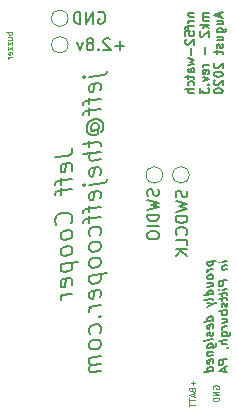
<source format=gbr>
%TF.GenerationSoftware,KiCad,Pcbnew,(5.99.0-2309-gaf729d578)*%
%TF.CreationDate,2020-08-23T01:12:21-04:00*%
%TF.ProjectId,mk2,6d6b322e-6b69-4636-9164-5f7063625858,rev?*%
%TF.SameCoordinates,Original*%
%TF.FileFunction,Legend,Bot*%
%TF.FilePolarity,Positive*%
%FSLAX46Y46*%
G04 Gerber Fmt 4.6, Leading zero omitted, Abs format (unit mm)*
G04 Created by KiCad (PCBNEW (5.99.0-2309-gaf729d578)) date 2020-08-23 01:12:21*
%MOMM*%
%LPD*%
G01*
G04 APERTURE LIST*
%ADD10C,0.125000*%
%ADD11C,0.187500*%
%ADD12C,0.150000*%
%ADD13C,0.200000*%
%ADD14C,0.120000*%
G04 APERTURE END LIST*
D10*
X33250000Y-45119047D02*
X33226190Y-45071428D01*
X33226190Y-45000000D01*
X33250000Y-44928571D01*
X33297619Y-44880952D01*
X33345238Y-44857142D01*
X33440476Y-44833333D01*
X33511904Y-44833333D01*
X33607142Y-44857142D01*
X33654761Y-44880952D01*
X33702380Y-44928571D01*
X33726190Y-45000000D01*
X33726190Y-45047619D01*
X33702380Y-45119047D01*
X33678571Y-45142857D01*
X33511904Y-45142857D01*
X33511904Y-45047619D01*
X33726190Y-45357142D02*
X33226190Y-45357142D01*
X33726190Y-45642857D01*
X33226190Y-45642857D01*
X33726190Y-45880952D02*
X33226190Y-45880952D01*
X33226190Y-46000000D01*
X33250000Y-46071428D01*
X33297619Y-46119047D01*
X33345238Y-46142857D01*
X33440476Y-46166666D01*
X33511904Y-46166666D01*
X33607142Y-46142857D01*
X33654761Y-46119047D01*
X33702380Y-46071428D01*
X33726190Y-46000000D01*
X33726190Y-45880952D01*
X31535714Y-44464285D02*
X31535714Y-44845238D01*
X31726190Y-44654761D02*
X31345238Y-44654761D01*
X31464285Y-45250000D02*
X31488095Y-45321428D01*
X31511904Y-45345238D01*
X31559523Y-45369047D01*
X31630952Y-45369047D01*
X31678571Y-45345238D01*
X31702380Y-45321428D01*
X31726190Y-45273809D01*
X31726190Y-45083333D01*
X31226190Y-45083333D01*
X31226190Y-45250000D01*
X31250000Y-45297619D01*
X31273809Y-45321428D01*
X31321428Y-45345238D01*
X31369047Y-45345238D01*
X31416666Y-45321428D01*
X31440476Y-45297619D01*
X31464285Y-45250000D01*
X31464285Y-45083333D01*
X31583333Y-45559523D02*
X31583333Y-45797619D01*
X31726190Y-45511904D02*
X31226190Y-45678571D01*
X31726190Y-45845238D01*
X31226190Y-45940476D02*
X31226190Y-46226190D01*
X31726190Y-46083333D02*
X31226190Y-46083333D01*
X31226190Y-46321428D02*
X31226190Y-46607142D01*
X31726190Y-46464285D02*
X31226190Y-46464285D01*
X16226190Y-14892857D02*
X15726190Y-14892857D01*
X15916666Y-14892857D02*
X15892857Y-14940476D01*
X15892857Y-15035714D01*
X15916666Y-15083333D01*
X15940476Y-15107142D01*
X15988095Y-15130952D01*
X16130952Y-15130952D01*
X16178571Y-15107142D01*
X16202380Y-15083333D01*
X16226190Y-15035714D01*
X16226190Y-14940476D01*
X16202380Y-14892857D01*
X15892857Y-15559523D02*
X16226190Y-15559523D01*
X15892857Y-15345238D02*
X16154761Y-15345238D01*
X16202380Y-15369047D01*
X16226190Y-15416666D01*
X16226190Y-15488095D01*
X16202380Y-15535714D01*
X16178571Y-15559523D01*
X15892857Y-15750000D02*
X15892857Y-16011904D01*
X16226190Y-15750000D01*
X16226190Y-16011904D01*
X15892857Y-16154761D02*
X15892857Y-16416666D01*
X16226190Y-16154761D01*
X16226190Y-16416666D01*
X16202380Y-16797619D02*
X16226190Y-16750000D01*
X16226190Y-16654761D01*
X16202380Y-16607142D01*
X16154761Y-16583333D01*
X15964285Y-16583333D01*
X15916666Y-16607142D01*
X15892857Y-16654761D01*
X15892857Y-16750000D01*
X15916666Y-16797619D01*
X15964285Y-16821428D01*
X16011904Y-16821428D01*
X16059523Y-16583333D01*
X16226190Y-17035714D02*
X15892857Y-17035714D01*
X15988095Y-17035714D02*
X15940476Y-17059523D01*
X15916666Y-17083333D01*
X15892857Y-17130952D01*
X15892857Y-17178571D01*
D11*
X32735535Y-34367410D02*
X33485535Y-34273660D01*
X32771250Y-34362946D02*
X32735535Y-34438839D01*
X32735535Y-34581696D01*
X32771250Y-34648660D01*
X32806964Y-34679910D01*
X32878392Y-34706696D01*
X33092678Y-34679910D01*
X33164107Y-34635267D01*
X33199821Y-34595089D01*
X33235535Y-34519196D01*
X33235535Y-34376339D01*
X33199821Y-34309375D01*
X33235535Y-34983482D02*
X32735535Y-35045982D01*
X32878392Y-35028125D02*
X32806964Y-35072767D01*
X32771250Y-35112946D01*
X32735535Y-35188839D01*
X32735535Y-35260267D01*
X33235535Y-35554910D02*
X33199821Y-35487946D01*
X33164107Y-35456696D01*
X33092678Y-35429910D01*
X32878392Y-35456696D01*
X32806964Y-35501339D01*
X32771250Y-35541517D01*
X32735535Y-35617410D01*
X32735535Y-35724553D01*
X32771250Y-35791517D01*
X32806964Y-35822767D01*
X32878392Y-35849553D01*
X33092678Y-35822767D01*
X33164107Y-35778125D01*
X33199821Y-35737946D01*
X33235535Y-35662053D01*
X33235535Y-35554910D01*
X32735535Y-36510267D02*
X33235535Y-36447767D01*
X32735535Y-36188839D02*
X33128392Y-36139732D01*
X33199821Y-36166517D01*
X33235535Y-36233482D01*
X33235535Y-36340625D01*
X33199821Y-36416517D01*
X33164107Y-36456696D01*
X33235535Y-37126339D02*
X32485535Y-37220089D01*
X33199821Y-37130803D02*
X33235535Y-37054910D01*
X33235535Y-36912053D01*
X33199821Y-36845089D01*
X33164107Y-36813839D01*
X33092678Y-36787053D01*
X32878392Y-36813839D01*
X32806964Y-36858482D01*
X32771250Y-36898660D01*
X32735535Y-36974553D01*
X32735535Y-37117410D01*
X32771250Y-37184375D01*
X33235535Y-37590625D02*
X33199821Y-37523660D01*
X33128392Y-37496875D01*
X32485535Y-37577232D01*
X32735535Y-37867410D02*
X33235535Y-37983482D01*
X32735535Y-38224553D02*
X33235535Y-37983482D01*
X33414107Y-37889732D01*
X33449821Y-37849553D01*
X33485535Y-37773660D01*
X33235535Y-39340625D02*
X32485535Y-39434375D01*
X33199821Y-39345089D02*
X33235535Y-39269196D01*
X33235535Y-39126339D01*
X33199821Y-39059375D01*
X33164107Y-39028125D01*
X33092678Y-39001339D01*
X32878392Y-39028125D01*
X32806964Y-39072767D01*
X32771250Y-39112946D01*
X32735535Y-39188839D01*
X32735535Y-39331696D01*
X32771250Y-39398660D01*
X33199821Y-39987946D02*
X33235535Y-39912053D01*
X33235535Y-39769196D01*
X33199821Y-39702232D01*
X33128392Y-39675446D01*
X32842678Y-39711160D01*
X32771250Y-39755803D01*
X32735535Y-39831696D01*
X32735535Y-39974553D01*
X32771250Y-40041517D01*
X32842678Y-40068303D01*
X32914107Y-40059375D01*
X32985535Y-39693303D01*
X33199821Y-40309375D02*
X33235535Y-40376339D01*
X33235535Y-40519196D01*
X33199821Y-40595089D01*
X33128392Y-40639732D01*
X33092678Y-40644196D01*
X33021250Y-40617410D01*
X32985535Y-40550446D01*
X32985535Y-40443303D01*
X32949821Y-40376339D01*
X32878392Y-40349553D01*
X32842678Y-40354017D01*
X32771250Y-40398660D01*
X32735535Y-40474553D01*
X32735535Y-40581696D01*
X32771250Y-40648660D01*
X33235535Y-40947767D02*
X32735535Y-41010267D01*
X32485535Y-41041517D02*
X32521250Y-41001339D01*
X32556964Y-41032589D01*
X32521250Y-41072767D01*
X32485535Y-41041517D01*
X32556964Y-41032589D01*
X32735535Y-41688839D02*
X33342678Y-41612946D01*
X33414107Y-41568303D01*
X33449821Y-41528125D01*
X33485535Y-41452232D01*
X33485535Y-41345089D01*
X33449821Y-41278125D01*
X33199821Y-41630803D02*
X33235535Y-41554910D01*
X33235535Y-41412053D01*
X33199821Y-41345089D01*
X33164107Y-41313839D01*
X33092678Y-41287053D01*
X32878392Y-41313839D01*
X32806964Y-41358482D01*
X32771250Y-41398660D01*
X32735535Y-41474553D01*
X32735535Y-41617410D01*
X32771250Y-41684375D01*
X32735535Y-42045982D02*
X33235535Y-41983482D01*
X32806964Y-42037053D02*
X32771250Y-42077232D01*
X32735535Y-42153125D01*
X32735535Y-42260267D01*
X32771250Y-42327232D01*
X32842678Y-42354017D01*
X33235535Y-42304910D01*
X33199821Y-42952232D02*
X33235535Y-42876339D01*
X33235535Y-42733482D01*
X33199821Y-42666517D01*
X33128392Y-42639732D01*
X32842678Y-42675446D01*
X32771250Y-42720089D01*
X32735535Y-42795982D01*
X32735535Y-42938839D01*
X32771250Y-43005803D01*
X32842678Y-43032589D01*
X32914107Y-43023660D01*
X32985535Y-42657589D01*
X33235535Y-43626339D02*
X32485535Y-43720089D01*
X33199821Y-43630803D02*
X33235535Y-43554910D01*
X33235535Y-43412053D01*
X33199821Y-43345089D01*
X33164107Y-43313839D01*
X33092678Y-43287053D01*
X32878392Y-43313839D01*
X32806964Y-43358482D01*
X32771250Y-43398660D01*
X32735535Y-43474553D01*
X32735535Y-43617410D01*
X32771250Y-43684375D01*
X34443035Y-34304910D02*
X33943035Y-34367410D01*
X33693035Y-34398660D02*
X33728750Y-34358482D01*
X33764464Y-34389732D01*
X33728750Y-34429910D01*
X33693035Y-34398660D01*
X33764464Y-34389732D01*
X33943035Y-34724553D02*
X34443035Y-34662053D01*
X34014464Y-34715625D02*
X33978750Y-34755803D01*
X33943035Y-34831696D01*
X33943035Y-34938839D01*
X33978750Y-35005803D01*
X34050178Y-35032589D01*
X34443035Y-34983482D01*
X34443035Y-35912053D02*
X33693035Y-36005803D01*
X33693035Y-36291517D01*
X33728750Y-36358482D01*
X33764464Y-36389732D01*
X33835892Y-36416517D01*
X33943035Y-36403125D01*
X34014464Y-36358482D01*
X34050178Y-36318303D01*
X34085892Y-36242410D01*
X34085892Y-35956696D01*
X34443035Y-36662053D02*
X33943035Y-36724553D01*
X33693035Y-36755803D02*
X33728750Y-36715625D01*
X33764464Y-36746875D01*
X33728750Y-36787053D01*
X33693035Y-36755803D01*
X33764464Y-36746875D01*
X33943035Y-36974553D02*
X33943035Y-37260267D01*
X33693035Y-37112946D02*
X34335892Y-37032589D01*
X34407321Y-37059375D01*
X34443035Y-37126339D01*
X34443035Y-37197767D01*
X33943035Y-37403125D02*
X33943035Y-37688839D01*
X33693035Y-37541517D02*
X34335892Y-37461160D01*
X34407321Y-37487946D01*
X34443035Y-37554910D01*
X34443035Y-37626339D01*
X34407321Y-37845089D02*
X34443035Y-37912053D01*
X34443035Y-38054910D01*
X34407321Y-38130803D01*
X34335892Y-38175446D01*
X34300178Y-38179910D01*
X34228750Y-38153125D01*
X34193035Y-38086160D01*
X34193035Y-37979017D01*
X34157321Y-37912053D01*
X34085892Y-37885267D01*
X34050178Y-37889732D01*
X33978750Y-37934375D01*
X33943035Y-38010267D01*
X33943035Y-38117410D01*
X33978750Y-38184375D01*
X34443035Y-38483482D02*
X33693035Y-38577232D01*
X33978750Y-38541517D02*
X33943035Y-38617410D01*
X33943035Y-38760267D01*
X33978750Y-38827232D01*
X34014464Y-38858482D01*
X34085892Y-38885267D01*
X34300178Y-38858482D01*
X34371607Y-38813839D01*
X34407321Y-38773660D01*
X34443035Y-38697767D01*
X34443035Y-38554910D01*
X34407321Y-38487946D01*
X33943035Y-39545982D02*
X34443035Y-39483482D01*
X33943035Y-39224553D02*
X34335892Y-39175446D01*
X34407321Y-39202232D01*
X34443035Y-39269196D01*
X34443035Y-39376339D01*
X34407321Y-39452232D01*
X34371607Y-39492410D01*
X34443035Y-39840625D02*
X33943035Y-39903125D01*
X34085892Y-39885267D02*
X34014464Y-39929910D01*
X33978750Y-39970089D01*
X33943035Y-40045982D01*
X33943035Y-40117410D01*
X33943035Y-40688839D02*
X34550178Y-40612946D01*
X34621607Y-40568303D01*
X34657321Y-40528125D01*
X34693035Y-40452232D01*
X34693035Y-40345089D01*
X34657321Y-40278125D01*
X34407321Y-40630803D02*
X34443035Y-40554910D01*
X34443035Y-40412053D01*
X34407321Y-40345089D01*
X34371607Y-40313839D01*
X34300178Y-40287053D01*
X34085892Y-40313839D01*
X34014464Y-40358482D01*
X33978750Y-40398660D01*
X33943035Y-40474553D01*
X33943035Y-40617410D01*
X33978750Y-40684375D01*
X34443035Y-40983482D02*
X33693035Y-41077232D01*
X34443035Y-41304910D02*
X34050178Y-41354017D01*
X33978750Y-41327232D01*
X33943035Y-41260267D01*
X33943035Y-41153125D01*
X33978750Y-41077232D01*
X34014464Y-41037053D01*
X34407321Y-41702232D02*
X34443035Y-41697767D01*
X34514464Y-41653125D01*
X34550178Y-41612946D01*
X34443035Y-42590625D02*
X33693035Y-42684375D01*
X33693035Y-42970089D01*
X33728750Y-43037053D01*
X33764464Y-43068303D01*
X33835892Y-43095089D01*
X33943035Y-43081696D01*
X34014464Y-43037053D01*
X34050178Y-42996875D01*
X34085892Y-42920982D01*
X34085892Y-42635267D01*
X34228750Y-43331696D02*
X34228750Y-43688839D01*
X34443035Y-43233482D02*
X33693035Y-43577232D01*
X34443035Y-43733482D01*
D12*
X28598761Y-28233952D02*
X28646380Y-28376809D01*
X28646380Y-28614904D01*
X28598761Y-28710142D01*
X28551142Y-28757761D01*
X28455904Y-28805380D01*
X28360666Y-28805380D01*
X28265428Y-28757761D01*
X28217809Y-28710142D01*
X28170190Y-28614904D01*
X28122571Y-28424428D01*
X28074952Y-28329190D01*
X28027333Y-28281571D01*
X27932095Y-28233952D01*
X27836857Y-28233952D01*
X27741619Y-28281571D01*
X27694000Y-28329190D01*
X27646380Y-28424428D01*
X27646380Y-28662523D01*
X27694000Y-28805380D01*
X27646380Y-29138714D02*
X28646380Y-29376809D01*
X27932095Y-29567285D01*
X28646380Y-29757761D01*
X27646380Y-29995857D01*
X28646380Y-30376809D02*
X27646380Y-30376809D01*
X27646380Y-30614904D01*
X27694000Y-30757761D01*
X27789238Y-30853000D01*
X27884476Y-30900619D01*
X28074952Y-30948238D01*
X28217809Y-30948238D01*
X28408285Y-30900619D01*
X28503523Y-30853000D01*
X28598761Y-30757761D01*
X28646380Y-30614904D01*
X28646380Y-30376809D01*
X28646380Y-31376809D02*
X27646380Y-31376809D01*
X27646380Y-32043476D02*
X27646380Y-32233952D01*
X27694000Y-32329190D01*
X27789238Y-32424428D01*
X27979714Y-32472047D01*
X28313047Y-32472047D01*
X28503523Y-32424428D01*
X28598761Y-32329190D01*
X28646380Y-32233952D01*
X28646380Y-32043476D01*
X28598761Y-31948238D01*
X28503523Y-31853000D01*
X28313047Y-31805380D01*
X27979714Y-31805380D01*
X27789238Y-31853000D01*
X27694000Y-31948238D01*
X27646380Y-32043476D01*
X31011761Y-28353095D02*
X31059380Y-28495952D01*
X31059380Y-28734047D01*
X31011761Y-28829285D01*
X30964142Y-28876904D01*
X30868904Y-28924523D01*
X30773666Y-28924523D01*
X30678428Y-28876904D01*
X30630809Y-28829285D01*
X30583190Y-28734047D01*
X30535571Y-28543571D01*
X30487952Y-28448333D01*
X30440333Y-28400714D01*
X30345095Y-28353095D01*
X30249857Y-28353095D01*
X30154619Y-28400714D01*
X30107000Y-28448333D01*
X30059380Y-28543571D01*
X30059380Y-28781666D01*
X30107000Y-28924523D01*
X30059380Y-29257857D02*
X31059380Y-29495952D01*
X30345095Y-29686428D01*
X31059380Y-29876904D01*
X30059380Y-30115000D01*
X31059380Y-30495952D02*
X30059380Y-30495952D01*
X30059380Y-30734047D01*
X30107000Y-30876904D01*
X30202238Y-30972142D01*
X30297476Y-31019761D01*
X30487952Y-31067380D01*
X30630809Y-31067380D01*
X30821285Y-31019761D01*
X30916523Y-30972142D01*
X31011761Y-30876904D01*
X31059380Y-30734047D01*
X31059380Y-30495952D01*
X30964142Y-32067380D02*
X31011761Y-32019761D01*
X31059380Y-31876904D01*
X31059380Y-31781666D01*
X31011761Y-31638809D01*
X30916523Y-31543571D01*
X30821285Y-31495952D01*
X30630809Y-31448333D01*
X30487952Y-31448333D01*
X30297476Y-31495952D01*
X30202238Y-31543571D01*
X30107000Y-31638809D01*
X30059380Y-31781666D01*
X30059380Y-31876904D01*
X30107000Y-32019761D01*
X30154619Y-32067380D01*
X31059380Y-32972142D02*
X31059380Y-32495952D01*
X30059380Y-32495952D01*
X31059380Y-33305476D02*
X30059380Y-33305476D01*
X31059380Y-33876904D02*
X30487952Y-33448333D01*
X30059380Y-33876904D02*
X30630809Y-33305476D01*
X23511904Y-13250000D02*
X23607142Y-13202380D01*
X23750000Y-13202380D01*
X23892857Y-13250000D01*
X23988095Y-13345238D01*
X24035714Y-13440476D01*
X24083333Y-13630952D01*
X24083333Y-13773809D01*
X24035714Y-13964285D01*
X23988095Y-14059523D01*
X23892857Y-14154761D01*
X23750000Y-14202380D01*
X23654761Y-14202380D01*
X23511904Y-14154761D01*
X23464285Y-14107142D01*
X23464285Y-13773809D01*
X23654761Y-13773809D01*
X23035714Y-14202380D02*
X23035714Y-13202380D01*
X22464285Y-14202380D01*
X22464285Y-13202380D01*
X21988095Y-14202380D02*
X21988095Y-13202380D01*
X21750000Y-13202380D01*
X21607142Y-13250000D01*
X21511904Y-13345238D01*
X21464285Y-13440476D01*
X21416666Y-13630952D01*
X21416666Y-13773809D01*
X21464285Y-13964285D01*
X21511904Y-14059523D01*
X21607142Y-14154761D01*
X21750000Y-14202380D01*
X21988095Y-14202380D01*
X25702380Y-16071428D02*
X24940476Y-16071428D01*
X25321428Y-16452380D02*
X25321428Y-15690476D01*
X24511904Y-15547619D02*
X24464285Y-15500000D01*
X24369047Y-15452380D01*
X24130952Y-15452380D01*
X24035714Y-15500000D01*
X23988095Y-15547619D01*
X23940476Y-15642857D01*
X23940476Y-15738095D01*
X23988095Y-15880952D01*
X24559523Y-16452380D01*
X23940476Y-16452380D01*
X23511904Y-16357142D02*
X23464285Y-16404761D01*
X23511904Y-16452380D01*
X23559523Y-16404761D01*
X23511904Y-16357142D01*
X23511904Y-16452380D01*
X22892857Y-15880952D02*
X22988095Y-15833333D01*
X23035714Y-15785714D01*
X23083333Y-15690476D01*
X23083333Y-15642857D01*
X23035714Y-15547619D01*
X22988095Y-15500000D01*
X22892857Y-15452380D01*
X22702380Y-15452380D01*
X22607142Y-15500000D01*
X22559523Y-15547619D01*
X22511904Y-15642857D01*
X22511904Y-15690476D01*
X22559523Y-15785714D01*
X22607142Y-15833333D01*
X22702380Y-15880952D01*
X22892857Y-15880952D01*
X22988095Y-15928571D01*
X23035714Y-15976190D01*
X23083333Y-16071428D01*
X23083333Y-16261904D01*
X23035714Y-16357142D01*
X22988095Y-16404761D01*
X22892857Y-16452380D01*
X22702380Y-16452380D01*
X22607142Y-16404761D01*
X22559523Y-16357142D01*
X22511904Y-16261904D01*
X22511904Y-16071428D01*
X22559523Y-15976190D01*
X22607142Y-15928571D01*
X22702380Y-15880952D01*
X22178571Y-15785714D02*
X21940476Y-16452380D01*
X21702380Y-15785714D01*
D11*
X31131785Y-13300446D02*
X31631785Y-13300446D01*
X31203214Y-13300446D02*
X31167500Y-13336160D01*
X31131785Y-13407589D01*
X31131785Y-13514732D01*
X31167500Y-13586160D01*
X31238928Y-13621875D01*
X31631785Y-13621875D01*
X31631785Y-13979017D02*
X31131785Y-13979017D01*
X31274642Y-13979017D02*
X31203214Y-14014732D01*
X31167500Y-14050446D01*
X31131785Y-14121875D01*
X31131785Y-14193303D01*
X31131785Y-14336160D02*
X31131785Y-14621875D01*
X31631785Y-14443303D02*
X30988928Y-14443303D01*
X30917500Y-14479017D01*
X30881785Y-14550446D01*
X30881785Y-14621875D01*
X30881785Y-15229017D02*
X30881785Y-14871875D01*
X31238928Y-14836160D01*
X31203214Y-14871875D01*
X31167500Y-14943303D01*
X31167500Y-15121875D01*
X31203214Y-15193303D01*
X31238928Y-15229017D01*
X31310357Y-15264732D01*
X31488928Y-15264732D01*
X31560357Y-15229017D01*
X31596071Y-15193303D01*
X31631785Y-15121875D01*
X31631785Y-14943303D01*
X31596071Y-14871875D01*
X31560357Y-14836160D01*
X30953214Y-15550446D02*
X30917500Y-15586160D01*
X30881785Y-15657589D01*
X30881785Y-15836160D01*
X30917500Y-15907589D01*
X30953214Y-15943303D01*
X31024642Y-15979017D01*
X31096071Y-15979017D01*
X31203214Y-15943303D01*
X31631785Y-15514732D01*
X31631785Y-15979017D01*
X31346071Y-16300446D02*
X31346071Y-16871875D01*
X31131785Y-17157589D02*
X31631785Y-17300446D01*
X31274642Y-17443303D01*
X31631785Y-17586160D01*
X31131785Y-17729017D01*
X31631785Y-18336160D02*
X31238928Y-18336160D01*
X31167500Y-18300446D01*
X31131785Y-18229017D01*
X31131785Y-18086160D01*
X31167500Y-18014732D01*
X31596071Y-18336160D02*
X31631785Y-18264732D01*
X31631785Y-18086160D01*
X31596071Y-18014732D01*
X31524642Y-17979017D01*
X31453214Y-17979017D01*
X31381785Y-18014732D01*
X31346071Y-18086160D01*
X31346071Y-18264732D01*
X31310357Y-18336160D01*
X31131785Y-18586160D02*
X31131785Y-18871875D01*
X30881785Y-18693303D02*
X31524642Y-18693303D01*
X31596071Y-18729017D01*
X31631785Y-18800446D01*
X31631785Y-18871875D01*
X31596071Y-19443303D02*
X31631785Y-19371875D01*
X31631785Y-19229017D01*
X31596071Y-19157589D01*
X31560357Y-19121875D01*
X31488928Y-19086160D01*
X31274642Y-19086160D01*
X31203214Y-19121875D01*
X31167500Y-19157589D01*
X31131785Y-19229017D01*
X31131785Y-19371875D01*
X31167500Y-19443303D01*
X31631785Y-19764732D02*
X30881785Y-19764732D01*
X31631785Y-20086160D02*
X31238928Y-20086160D01*
X31167500Y-20050446D01*
X31131785Y-19979017D01*
X31131785Y-19871875D01*
X31167500Y-19800446D01*
X31203214Y-19764732D01*
X32839285Y-13300446D02*
X32339285Y-13300446D01*
X32410714Y-13300446D02*
X32375000Y-13336160D01*
X32339285Y-13407589D01*
X32339285Y-13514732D01*
X32375000Y-13586160D01*
X32446428Y-13621875D01*
X32839285Y-13621875D01*
X32446428Y-13621875D02*
X32375000Y-13657589D01*
X32339285Y-13729017D01*
X32339285Y-13836160D01*
X32375000Y-13907589D01*
X32446428Y-13943303D01*
X32839285Y-13943303D01*
X32839285Y-14300446D02*
X32089285Y-14300446D01*
X32553571Y-14371875D02*
X32839285Y-14586160D01*
X32339285Y-14586160D02*
X32625000Y-14300446D01*
X32160714Y-14871875D02*
X32125000Y-14907589D01*
X32089285Y-14979017D01*
X32089285Y-15157589D01*
X32125000Y-15229017D01*
X32160714Y-15264732D01*
X32232142Y-15300446D01*
X32303571Y-15300446D01*
X32410714Y-15264732D01*
X32839285Y-14836160D01*
X32839285Y-15300446D01*
X32553571Y-16193303D02*
X32553571Y-16764732D01*
X32839285Y-17693303D02*
X32339285Y-17693303D01*
X32482142Y-17693303D02*
X32410714Y-17729017D01*
X32375000Y-17764732D01*
X32339285Y-17836160D01*
X32339285Y-17907589D01*
X32803571Y-18443303D02*
X32839285Y-18371875D01*
X32839285Y-18229017D01*
X32803571Y-18157589D01*
X32732142Y-18121875D01*
X32446428Y-18121875D01*
X32375000Y-18157589D01*
X32339285Y-18229017D01*
X32339285Y-18371875D01*
X32375000Y-18443303D01*
X32446428Y-18479017D01*
X32517857Y-18479017D01*
X32589285Y-18121875D01*
X32339285Y-18729017D02*
X32839285Y-18907589D01*
X32339285Y-19086160D01*
X32767857Y-19371875D02*
X32803571Y-19407589D01*
X32839285Y-19371875D01*
X32803571Y-19336160D01*
X32767857Y-19371875D01*
X32839285Y-19371875D01*
X32089285Y-19657589D02*
X32089285Y-20121875D01*
X32375000Y-19871875D01*
X32375000Y-19979017D01*
X32410714Y-20050446D01*
X32446428Y-20086160D01*
X32517857Y-20121875D01*
X32696428Y-20121875D01*
X32767857Y-20086160D01*
X32803571Y-20050446D01*
X32839285Y-19979017D01*
X32839285Y-19764732D01*
X32803571Y-19693303D01*
X32767857Y-19657589D01*
X33832500Y-13264732D02*
X33832500Y-13621875D01*
X34046785Y-13193303D02*
X33296785Y-13443303D01*
X34046785Y-13693303D01*
X33546785Y-14264732D02*
X34046785Y-14264732D01*
X33546785Y-13943303D02*
X33939642Y-13943303D01*
X34011071Y-13979017D01*
X34046785Y-14050446D01*
X34046785Y-14157589D01*
X34011071Y-14229017D01*
X33975357Y-14264732D01*
X33546785Y-14943303D02*
X34153928Y-14943303D01*
X34225357Y-14907589D01*
X34261071Y-14871875D01*
X34296785Y-14800446D01*
X34296785Y-14693303D01*
X34261071Y-14621875D01*
X34011071Y-14943303D02*
X34046785Y-14871875D01*
X34046785Y-14729017D01*
X34011071Y-14657589D01*
X33975357Y-14621875D01*
X33903928Y-14586160D01*
X33689642Y-14586160D01*
X33618214Y-14621875D01*
X33582500Y-14657589D01*
X33546785Y-14729017D01*
X33546785Y-14871875D01*
X33582500Y-14943303D01*
X33546785Y-15621875D02*
X34046785Y-15621875D01*
X33546785Y-15300446D02*
X33939642Y-15300446D01*
X34011071Y-15336160D01*
X34046785Y-15407589D01*
X34046785Y-15514732D01*
X34011071Y-15586160D01*
X33975357Y-15621875D01*
X34011071Y-15943303D02*
X34046785Y-16014732D01*
X34046785Y-16157589D01*
X34011071Y-16229017D01*
X33939642Y-16264732D01*
X33903928Y-16264732D01*
X33832500Y-16229017D01*
X33796785Y-16157589D01*
X33796785Y-16050446D01*
X33761071Y-15979017D01*
X33689642Y-15943303D01*
X33653928Y-15943303D01*
X33582500Y-15979017D01*
X33546785Y-16050446D01*
X33546785Y-16157589D01*
X33582500Y-16229017D01*
X33546785Y-16479017D02*
X33546785Y-16764732D01*
X33296785Y-16586160D02*
X33939642Y-16586160D01*
X34011071Y-16621874D01*
X34046785Y-16693303D01*
X34046785Y-16764732D01*
X33368214Y-17550446D02*
X33332500Y-17586160D01*
X33296785Y-17657589D01*
X33296785Y-17836160D01*
X33332500Y-17907589D01*
X33368214Y-17943303D01*
X33439642Y-17979017D01*
X33511071Y-17979017D01*
X33618214Y-17943303D01*
X34046785Y-17514732D01*
X34046785Y-17979017D01*
X33296785Y-18443303D02*
X33296785Y-18514732D01*
X33332500Y-18586160D01*
X33368214Y-18621874D01*
X33439642Y-18657589D01*
X33582500Y-18693303D01*
X33761071Y-18693303D01*
X33903928Y-18657589D01*
X33975357Y-18621874D01*
X34011071Y-18586160D01*
X34046785Y-18514732D01*
X34046785Y-18443303D01*
X34011071Y-18371874D01*
X33975357Y-18336160D01*
X33903928Y-18300446D01*
X33761071Y-18264732D01*
X33582500Y-18264732D01*
X33439642Y-18300446D01*
X33368214Y-18336160D01*
X33332500Y-18371874D01*
X33296785Y-18443303D01*
X33368214Y-18979017D02*
X33332500Y-19014732D01*
X33296785Y-19086160D01*
X33296785Y-19264732D01*
X33332500Y-19336160D01*
X33368214Y-19371874D01*
X33439642Y-19407589D01*
X33511071Y-19407589D01*
X33618214Y-19371874D01*
X34046785Y-18943303D01*
X34046785Y-19407589D01*
X33296785Y-19871874D02*
X33296785Y-19943303D01*
X33332500Y-20014732D01*
X33368214Y-20050446D01*
X33439642Y-20086160D01*
X33582500Y-20121874D01*
X33761071Y-20121874D01*
X33903928Y-20086160D01*
X33975357Y-20050446D01*
X34011071Y-20014732D01*
X34046785Y-19943303D01*
X34046785Y-19871874D01*
X34011071Y-19800446D01*
X33975357Y-19764732D01*
X33903928Y-19729017D01*
X33761071Y-19693303D01*
X33582500Y-19693303D01*
X33439642Y-19729017D01*
X33368214Y-19764732D01*
X33332500Y-19800446D01*
X33296785Y-19871874D01*
D13*
X19815071Y-25537491D02*
X20886500Y-25403562D01*
X21100785Y-25305348D01*
X21243642Y-25144633D01*
X21315071Y-24921419D01*
X21315071Y-24778562D01*
X21243642Y-26644633D02*
X21315071Y-26492848D01*
X21315071Y-26207133D01*
X21243642Y-26073205D01*
X21100785Y-26019633D01*
X20529357Y-26091062D01*
X20386500Y-26180348D01*
X20315071Y-26332133D01*
X20315071Y-26617848D01*
X20386500Y-26751776D01*
X20529357Y-26805348D01*
X20672214Y-26787491D01*
X20815071Y-26055348D01*
X20315071Y-27260705D02*
X20315071Y-27832133D01*
X21315071Y-27349991D02*
X20029357Y-27510705D01*
X19886500Y-27599991D01*
X19815071Y-27751776D01*
X19815071Y-27894633D01*
X20315071Y-28117848D02*
X20315071Y-28689276D01*
X21315071Y-28207133D02*
X20029357Y-28367848D01*
X19886500Y-28457133D01*
X19815071Y-28608919D01*
X19815071Y-28751776D01*
X21172214Y-31082133D02*
X21243642Y-31001776D01*
X21315071Y-30778562D01*
X21315071Y-30635705D01*
X21243642Y-30430348D01*
X21100785Y-30305348D01*
X20957928Y-30251776D01*
X20672214Y-30216062D01*
X20457928Y-30242848D01*
X20172214Y-30349991D01*
X20029357Y-30439276D01*
X19886500Y-30599991D01*
X19815071Y-30823205D01*
X19815071Y-30966062D01*
X19886500Y-31171419D01*
X19957928Y-31233919D01*
X21315071Y-31921419D02*
X21243642Y-31787491D01*
X21172214Y-31724991D01*
X21029357Y-31671419D01*
X20600785Y-31724991D01*
X20457928Y-31814276D01*
X20386500Y-31894633D01*
X20315071Y-32046419D01*
X20315071Y-32260705D01*
X20386500Y-32394633D01*
X20457928Y-32457133D01*
X20600785Y-32510705D01*
X21029357Y-32457133D01*
X21172214Y-32367848D01*
X21243642Y-32287491D01*
X21315071Y-32135705D01*
X21315071Y-31921419D01*
X21315071Y-33278562D02*
X21243642Y-33144633D01*
X21172214Y-33082133D01*
X21029357Y-33028562D01*
X20600785Y-33082133D01*
X20457928Y-33171419D01*
X20386500Y-33251776D01*
X20315071Y-33403562D01*
X20315071Y-33617848D01*
X20386500Y-33751776D01*
X20457928Y-33814276D01*
X20600785Y-33867848D01*
X21029357Y-33814276D01*
X21172214Y-33724991D01*
X21243642Y-33644633D01*
X21315071Y-33492848D01*
X21315071Y-33278562D01*
X20315071Y-34546419D02*
X21815071Y-34358919D01*
X20386500Y-34537491D02*
X20315071Y-34689276D01*
X20315071Y-34974991D01*
X20386500Y-35108919D01*
X20457928Y-35171419D01*
X20600785Y-35224991D01*
X21029357Y-35171419D01*
X21172214Y-35082133D01*
X21243642Y-35001776D01*
X21315071Y-34849991D01*
X21315071Y-34564276D01*
X21243642Y-34430348D01*
X21243642Y-36358919D02*
X21315071Y-36207133D01*
X21315071Y-35921419D01*
X21243642Y-35787491D01*
X21100785Y-35733919D01*
X20529357Y-35805348D01*
X20386500Y-35894633D01*
X20315071Y-36046419D01*
X20315071Y-36332133D01*
X20386500Y-36466062D01*
X20529357Y-36519633D01*
X20672214Y-36501776D01*
X20815071Y-35769633D01*
X21315071Y-37064276D02*
X20315071Y-37189276D01*
X20600785Y-37153562D02*
X20457928Y-37242848D01*
X20386500Y-37323205D01*
X20315071Y-37474991D01*
X20315071Y-37617848D01*
X22730071Y-18689276D02*
X24015785Y-18528562D01*
X24158642Y-18439276D01*
X24230071Y-18287491D01*
X24230071Y-18216062D01*
X22230071Y-18751776D02*
X22301500Y-18671419D01*
X22372928Y-18733919D01*
X22301500Y-18814276D01*
X22230071Y-18751776D01*
X22372928Y-18733919D01*
X23658642Y-19858919D02*
X23730071Y-19707133D01*
X23730071Y-19421419D01*
X23658642Y-19287491D01*
X23515785Y-19233919D01*
X22944357Y-19305348D01*
X22801500Y-19394633D01*
X22730071Y-19546419D01*
X22730071Y-19832133D01*
X22801500Y-19966062D01*
X22944357Y-20019633D01*
X23087214Y-20001776D01*
X23230071Y-19269633D01*
X22730071Y-20474991D02*
X22730071Y-21046419D01*
X23730071Y-20564276D02*
X22444357Y-20724991D01*
X22301500Y-20814276D01*
X22230071Y-20966062D01*
X22230071Y-21108919D01*
X22730071Y-21332133D02*
X22730071Y-21903562D01*
X23730071Y-21421419D02*
X22444357Y-21582133D01*
X22301500Y-21671419D01*
X22230071Y-21823205D01*
X22230071Y-21966062D01*
X23015785Y-23296419D02*
X22944357Y-23233919D01*
X22872928Y-23099991D01*
X22872928Y-22957133D01*
X22944357Y-22805348D01*
X23015785Y-22724991D01*
X23158642Y-22635705D01*
X23301500Y-22617848D01*
X23444357Y-22671419D01*
X23515785Y-22733919D01*
X23587214Y-22867848D01*
X23587214Y-23010705D01*
X23515785Y-23162491D01*
X23444357Y-23242848D01*
X22872928Y-23314276D02*
X23444357Y-23242848D01*
X23515785Y-23305348D01*
X23515785Y-23376776D01*
X23444357Y-23528562D01*
X23301500Y-23617848D01*
X22944357Y-23662491D01*
X22730071Y-23546419D01*
X22587214Y-23349991D01*
X22515785Y-23073205D01*
X22587214Y-22778562D01*
X22730071Y-22546419D01*
X22944357Y-22376776D01*
X23230071Y-22269633D01*
X23515785Y-22305348D01*
X23730071Y-22421419D01*
X23872928Y-22617848D01*
X23944357Y-22894633D01*
X23872928Y-23189276D01*
X23730071Y-23421419D01*
X22730071Y-24117848D02*
X22730071Y-24689276D01*
X22230071Y-24394633D02*
X23515785Y-24233919D01*
X23658642Y-24287491D01*
X23730071Y-24421419D01*
X23730071Y-24564276D01*
X23730071Y-25064276D02*
X22230071Y-25251776D01*
X23730071Y-25707133D02*
X22944357Y-25805348D01*
X22801500Y-25751776D01*
X22730071Y-25617848D01*
X22730071Y-25403562D01*
X22801500Y-25251776D01*
X22872928Y-25171419D01*
X23658642Y-27001776D02*
X23730071Y-26849991D01*
X23730071Y-26564276D01*
X23658642Y-26430348D01*
X23515785Y-26376776D01*
X22944357Y-26448205D01*
X22801500Y-26537491D01*
X22730071Y-26689276D01*
X22730071Y-26974991D01*
X22801500Y-27108919D01*
X22944357Y-27162491D01*
X23087214Y-27144633D01*
X23230071Y-26412491D01*
X22730071Y-27832133D02*
X24015785Y-27671419D01*
X24158642Y-27582133D01*
X24230071Y-27430348D01*
X24230071Y-27358919D01*
X22230071Y-27894633D02*
X22301500Y-27814276D01*
X22372928Y-27876776D01*
X22301500Y-27957133D01*
X22230071Y-27894633D01*
X22372928Y-27876776D01*
X23658642Y-29001776D02*
X23730071Y-28849991D01*
X23730071Y-28564276D01*
X23658642Y-28430348D01*
X23515785Y-28376776D01*
X22944357Y-28448205D01*
X22801500Y-28537491D01*
X22730071Y-28689276D01*
X22730071Y-28974991D01*
X22801500Y-29108919D01*
X22944357Y-29162491D01*
X23087214Y-29144633D01*
X23230071Y-28412491D01*
X22730071Y-29617848D02*
X22730071Y-30189276D01*
X23730071Y-29707133D02*
X22444357Y-29867848D01*
X22301500Y-29957133D01*
X22230071Y-30108919D01*
X22230071Y-30251776D01*
X22730071Y-30474991D02*
X22730071Y-31046419D01*
X23730071Y-30564276D02*
X22444357Y-30724991D01*
X22301500Y-30814276D01*
X22230071Y-30966062D01*
X22230071Y-31108919D01*
X23658642Y-32073205D02*
X23730071Y-31921419D01*
X23730071Y-31635705D01*
X23658642Y-31501776D01*
X23587214Y-31439276D01*
X23444357Y-31385705D01*
X23015785Y-31439276D01*
X22872928Y-31528562D01*
X22801500Y-31608919D01*
X22730071Y-31760705D01*
X22730071Y-32046419D01*
X22801500Y-32180348D01*
X23730071Y-32921419D02*
X23658642Y-32787491D01*
X23587214Y-32724991D01*
X23444357Y-32671419D01*
X23015785Y-32724991D01*
X22872928Y-32814276D01*
X22801500Y-32894633D01*
X22730071Y-33046419D01*
X22730071Y-33260705D01*
X22801500Y-33394633D01*
X22872928Y-33457133D01*
X23015785Y-33510705D01*
X23444357Y-33457133D01*
X23587214Y-33367848D01*
X23658642Y-33287491D01*
X23730071Y-33135705D01*
X23730071Y-32921419D01*
X23730071Y-34278562D02*
X23658642Y-34144633D01*
X23587214Y-34082133D01*
X23444357Y-34028562D01*
X23015785Y-34082133D01*
X22872928Y-34171419D01*
X22801500Y-34251776D01*
X22730071Y-34403562D01*
X22730071Y-34617848D01*
X22801500Y-34751776D01*
X22872928Y-34814276D01*
X23015785Y-34867848D01*
X23444357Y-34814276D01*
X23587214Y-34724991D01*
X23658642Y-34644633D01*
X23730071Y-34492848D01*
X23730071Y-34278562D01*
X22730071Y-35546419D02*
X24230071Y-35358919D01*
X22801500Y-35537491D02*
X22730071Y-35689276D01*
X22730071Y-35974991D01*
X22801500Y-36108919D01*
X22872928Y-36171419D01*
X23015785Y-36224991D01*
X23444357Y-36171419D01*
X23587214Y-36082133D01*
X23658642Y-36001776D01*
X23730071Y-35849991D01*
X23730071Y-35564276D01*
X23658642Y-35430348D01*
X23658642Y-37358919D02*
X23730071Y-37207133D01*
X23730071Y-36921419D01*
X23658642Y-36787491D01*
X23515785Y-36733919D01*
X22944357Y-36805348D01*
X22801500Y-36894633D01*
X22730071Y-37046419D01*
X22730071Y-37332133D01*
X22801500Y-37466062D01*
X22944357Y-37519633D01*
X23087214Y-37501776D01*
X23230071Y-36769633D01*
X23730071Y-38064276D02*
X22730071Y-38189276D01*
X23015785Y-38153562D02*
X22872928Y-38242848D01*
X22801500Y-38323205D01*
X22730071Y-38474991D01*
X22730071Y-38617848D01*
X23587214Y-39010705D02*
X23658642Y-39073205D01*
X23730071Y-38992848D01*
X23658642Y-38930348D01*
X23587214Y-39010705D01*
X23730071Y-38992848D01*
X23658642Y-40358919D02*
X23730071Y-40207133D01*
X23730071Y-39921419D01*
X23658642Y-39787491D01*
X23587214Y-39724991D01*
X23444357Y-39671419D01*
X23015785Y-39724991D01*
X22872928Y-39814276D01*
X22801500Y-39894633D01*
X22730071Y-40046419D01*
X22730071Y-40332133D01*
X22801500Y-40466062D01*
X23730071Y-41207133D02*
X23658642Y-41073205D01*
X23587214Y-41010705D01*
X23444357Y-40957133D01*
X23015785Y-41010705D01*
X22872928Y-41099991D01*
X22801500Y-41180348D01*
X22730071Y-41332133D01*
X22730071Y-41546419D01*
X22801500Y-41680348D01*
X22872928Y-41742848D01*
X23015785Y-41796419D01*
X23444357Y-41742848D01*
X23587214Y-41653562D01*
X23658642Y-41573205D01*
X23730071Y-41421419D01*
X23730071Y-41207133D01*
X23730071Y-42349991D02*
X22730071Y-42474991D01*
X22872928Y-42457133D02*
X22801500Y-42537491D01*
X22730071Y-42689276D01*
X22730071Y-42903562D01*
X22801500Y-43037491D01*
X22944357Y-43091062D01*
X23730071Y-42992848D01*
X22944357Y-43091062D02*
X22801500Y-43180348D01*
X22730071Y-43332133D01*
X22730071Y-43546419D01*
X22801500Y-43680348D01*
X22944357Y-43733919D01*
X23730071Y-43635705D01*
D14*
%TO.C,TP4*%
X28950000Y-27015000D02*
G75*
G03*
X28950000Y-27015000I-700000J0D01*
G01*
%TO.C,TP3*%
X20950000Y-16000000D02*
G75*
G03*
X20950000Y-16000000I-700000J0D01*
G01*
%TO.C,TP1*%
X20950000Y-13750000D02*
G75*
G03*
X20950000Y-13750000I-700000J0D01*
G01*
%TO.C,TP2*%
X31200000Y-27015000D02*
G75*
G03*
X31200000Y-27015000I-700000J0D01*
G01*
%TD*%
M02*

</source>
